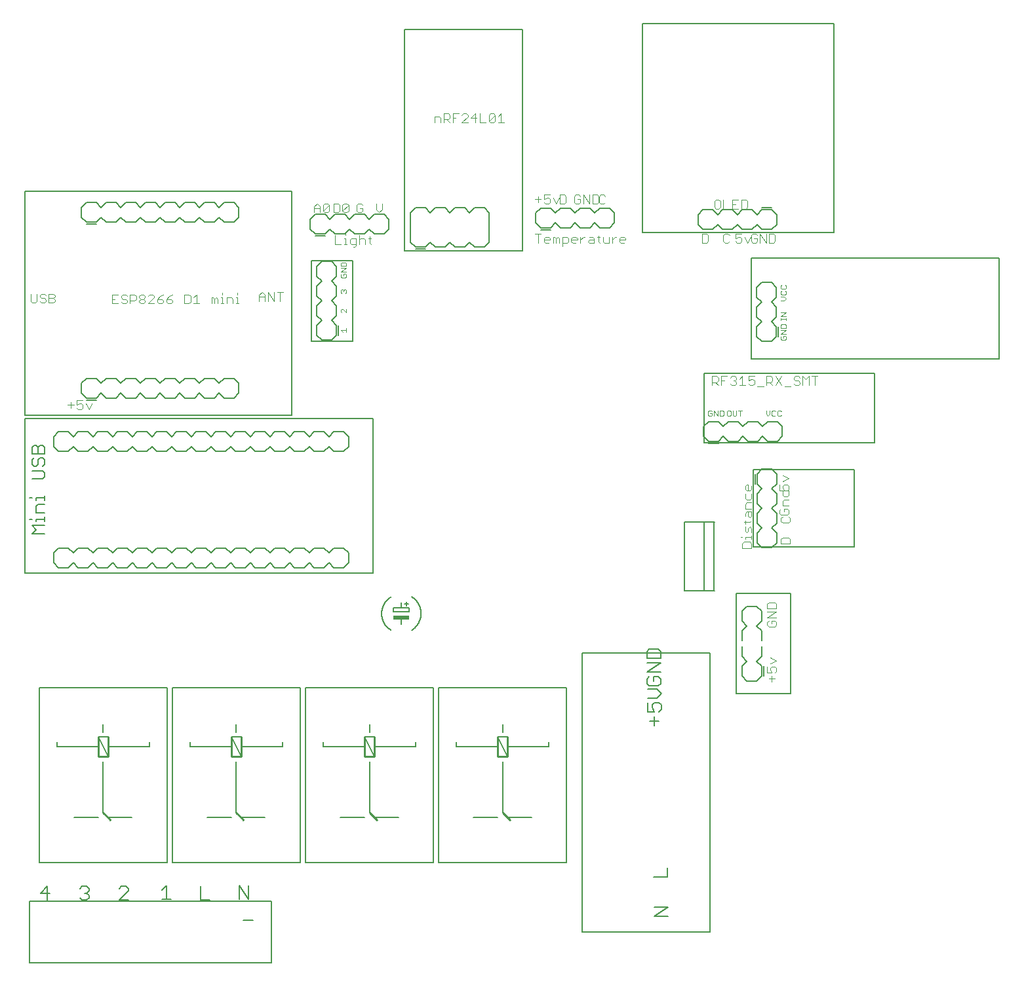
<source format=gto>
G75*
%MOIN*%
%OFA0B0*%
%FSLAX25Y25*%
%IPPOS*%
%LPD*%
%AMOC8*
5,1,8,0,0,1.08239X$1,22.5*
%
%ADD10C,0.00600*%
%ADD11R,0.08000X0.02000*%
%ADD12C,0.00800*%
%ADD13C,0.00500*%
%ADD14C,0.00400*%
%ADD15C,0.00300*%
%ADD16C,0.01000*%
D10*
X0013947Y0033202D02*
X0013947Y0040208D01*
X0010444Y0036705D01*
X0015114Y0036705D01*
X0030444Y0039040D02*
X0031611Y0040208D01*
X0033947Y0040208D01*
X0035114Y0039040D01*
X0035114Y0037873D01*
X0033947Y0036705D01*
X0035114Y0035537D01*
X0035114Y0034370D01*
X0033947Y0033202D01*
X0031611Y0033202D01*
X0030444Y0034370D01*
X0032779Y0036705D02*
X0033947Y0036705D01*
X0050444Y0039040D02*
X0051611Y0040208D01*
X0053947Y0040208D01*
X0055114Y0039040D01*
X0055114Y0037873D01*
X0050444Y0033202D01*
X0055114Y0033202D01*
X0072412Y0033596D02*
X0077083Y0033596D01*
X0074748Y0033596D02*
X0074748Y0040602D01*
X0072412Y0038266D01*
X0074839Y0052230D02*
X0009839Y0052230D01*
X0009839Y0141230D01*
X0074839Y0141230D01*
X0074839Y0052230D01*
X0077555Y0052230D02*
X0077555Y0141230D01*
X0142555Y0141230D01*
X0142555Y0052230D01*
X0077555Y0052230D01*
X0092019Y0040208D02*
X0092019Y0033202D01*
X0096689Y0033202D01*
X0111625Y0033635D02*
X0111625Y0040641D01*
X0116296Y0033635D01*
X0116296Y0040641D01*
X0145272Y0052230D02*
X0145272Y0141230D01*
X0210272Y0141230D01*
X0210272Y0052230D01*
X0145272Y0052230D01*
X0162972Y0075230D02*
X0175272Y0075230D01*
X0177772Y0077730D02*
X0177772Y0103730D01*
X0180272Y0106230D02*
X0175272Y0116230D01*
X0180272Y0116230D01*
X0177772Y0118730D02*
X0177772Y0122730D01*
X0180272Y0111230D02*
X0201272Y0111230D01*
X0201272Y0113730D01*
X0221988Y0113730D02*
X0221988Y0111230D01*
X0242988Y0111230D01*
X0247988Y0111230D02*
X0268988Y0111230D01*
X0268988Y0113730D01*
X0247988Y0116230D02*
X0242988Y0116230D01*
X0247988Y0106230D01*
X0245488Y0103730D02*
X0245488Y0077730D01*
X0242988Y0075230D02*
X0230688Y0075230D01*
X0247988Y0075230D02*
X0260188Y0075230D01*
X0277988Y0052230D02*
X0212988Y0052230D01*
X0212988Y0141230D01*
X0277988Y0141230D01*
X0277988Y0052230D01*
X0322159Y0045015D02*
X0329165Y0045015D01*
X0329165Y0049685D01*
X0329598Y0029606D02*
X0322592Y0029606D01*
X0322592Y0024936D02*
X0329598Y0029606D01*
X0329598Y0024936D02*
X0322592Y0024936D01*
X0245488Y0118730D02*
X0245488Y0122730D01*
X0192472Y0075230D02*
X0180272Y0075230D01*
X0175272Y0111230D02*
X0154272Y0111230D01*
X0154272Y0113730D01*
X0133555Y0113730D02*
X0133555Y0111230D01*
X0112555Y0111230D01*
X0112555Y0106230D02*
X0107555Y0116230D01*
X0112555Y0116230D01*
X0110055Y0118730D02*
X0110055Y0122730D01*
X0107555Y0111230D02*
X0086555Y0111230D01*
X0086555Y0113730D01*
X0065839Y0113730D02*
X0065839Y0111230D01*
X0044839Y0111230D01*
X0044839Y0106230D02*
X0039839Y0116230D01*
X0044839Y0116230D01*
X0042339Y0118730D02*
X0042339Y0122730D01*
X0039839Y0111230D02*
X0018839Y0111230D01*
X0018839Y0113730D01*
X0042339Y0103730D02*
X0042339Y0077730D01*
X0044839Y0075230D02*
X0057039Y0075230D01*
X0039839Y0075230D02*
X0027539Y0075230D01*
X0095255Y0075230D02*
X0107555Y0075230D01*
X0110055Y0077730D02*
X0110055Y0103730D01*
X0112555Y0075230D02*
X0124755Y0075230D01*
X0193992Y0173663D02*
X0193992Y0176663D01*
X0188704Y0170676D02*
X0188498Y0170807D01*
X0188296Y0170944D01*
X0188097Y0171086D01*
X0187901Y0171232D01*
X0187709Y0171383D01*
X0187521Y0171539D01*
X0187337Y0171699D01*
X0187157Y0171864D01*
X0186980Y0172033D01*
X0186808Y0172206D01*
X0186641Y0172384D01*
X0186477Y0172565D01*
X0186318Y0172751D01*
X0186164Y0172940D01*
X0186014Y0173133D01*
X0185869Y0173330D01*
X0185729Y0173530D01*
X0185594Y0173733D01*
X0185464Y0173940D01*
X0185339Y0174150D01*
X0185219Y0174363D01*
X0185105Y0174578D01*
X0184996Y0174797D01*
X0184892Y0175018D01*
X0184793Y0175241D01*
X0184700Y0175467D01*
X0184613Y0175695D01*
X0184531Y0175925D01*
X0184454Y0176157D01*
X0184384Y0176391D01*
X0184319Y0176627D01*
X0184260Y0176864D01*
X0184207Y0177102D01*
X0184159Y0177341D01*
X0184118Y0177582D01*
X0184082Y0177824D01*
X0184052Y0178066D01*
X0184029Y0178309D01*
X0184011Y0178553D01*
X0183999Y0178797D01*
X0183993Y0179041D01*
X0183993Y0179285D01*
X0183999Y0179529D01*
X0184011Y0179773D01*
X0184029Y0180017D01*
X0184052Y0180260D01*
X0184082Y0180502D01*
X0184118Y0180744D01*
X0184159Y0180985D01*
X0184207Y0181224D01*
X0184260Y0181462D01*
X0184319Y0181699D01*
X0184384Y0181935D01*
X0184454Y0182169D01*
X0184531Y0182401D01*
X0184613Y0182631D01*
X0184700Y0182859D01*
X0184793Y0183085D01*
X0184892Y0183308D01*
X0184996Y0183529D01*
X0185105Y0183748D01*
X0185219Y0183963D01*
X0185339Y0184176D01*
X0185464Y0184386D01*
X0185594Y0184593D01*
X0185729Y0184796D01*
X0185869Y0184996D01*
X0186014Y0185193D01*
X0186164Y0185386D01*
X0186318Y0185575D01*
X0186477Y0185761D01*
X0186641Y0185942D01*
X0186808Y0186120D01*
X0186980Y0186293D01*
X0187157Y0186462D01*
X0187337Y0186627D01*
X0187521Y0186787D01*
X0187709Y0186943D01*
X0187901Y0187094D01*
X0188097Y0187240D01*
X0188296Y0187382D01*
X0188498Y0187519D01*
X0188704Y0187650D01*
X0193992Y0184663D02*
X0193992Y0182163D01*
X0197992Y0182163D01*
X0197992Y0180163D01*
X0189992Y0180163D01*
X0189992Y0182163D01*
X0193992Y0182163D01*
X0195492Y0184163D02*
X0197492Y0184163D01*
X0196492Y0185163D02*
X0196492Y0183163D01*
X0199280Y0187650D02*
X0199486Y0187519D01*
X0199688Y0187382D01*
X0199887Y0187240D01*
X0200083Y0187094D01*
X0200275Y0186943D01*
X0200463Y0186787D01*
X0200647Y0186627D01*
X0200827Y0186462D01*
X0201004Y0186293D01*
X0201176Y0186120D01*
X0201343Y0185942D01*
X0201507Y0185761D01*
X0201666Y0185575D01*
X0201820Y0185386D01*
X0201970Y0185193D01*
X0202115Y0184996D01*
X0202255Y0184796D01*
X0202390Y0184593D01*
X0202520Y0184386D01*
X0202645Y0184176D01*
X0202765Y0183963D01*
X0202879Y0183748D01*
X0202988Y0183529D01*
X0203092Y0183308D01*
X0203191Y0183085D01*
X0203284Y0182859D01*
X0203371Y0182631D01*
X0203453Y0182401D01*
X0203530Y0182169D01*
X0203600Y0181935D01*
X0203665Y0181699D01*
X0203724Y0181462D01*
X0203777Y0181224D01*
X0203825Y0180985D01*
X0203866Y0180744D01*
X0203902Y0180502D01*
X0203932Y0180260D01*
X0203955Y0180017D01*
X0203973Y0179773D01*
X0203985Y0179529D01*
X0203991Y0179285D01*
X0203991Y0179041D01*
X0203985Y0178797D01*
X0203973Y0178553D01*
X0203955Y0178309D01*
X0203932Y0178066D01*
X0203902Y0177824D01*
X0203866Y0177582D01*
X0203825Y0177341D01*
X0203777Y0177102D01*
X0203724Y0176864D01*
X0203665Y0176627D01*
X0203600Y0176391D01*
X0203530Y0176157D01*
X0203453Y0175925D01*
X0203371Y0175695D01*
X0203284Y0175467D01*
X0203191Y0175241D01*
X0203092Y0175018D01*
X0202988Y0174797D01*
X0202879Y0174578D01*
X0202765Y0174363D01*
X0202645Y0174150D01*
X0202520Y0173940D01*
X0202390Y0173733D01*
X0202255Y0173530D01*
X0202115Y0173330D01*
X0201970Y0173133D01*
X0201820Y0172940D01*
X0201666Y0172751D01*
X0201507Y0172565D01*
X0201343Y0172384D01*
X0201176Y0172206D01*
X0201004Y0172033D01*
X0200827Y0171864D01*
X0200647Y0171699D01*
X0200463Y0171539D01*
X0200275Y0171383D01*
X0200083Y0171232D01*
X0199887Y0171086D01*
X0199688Y0170944D01*
X0199486Y0170807D01*
X0199280Y0170676D01*
X0318852Y0159836D02*
X0318852Y0156333D01*
X0325857Y0156333D01*
X0325857Y0159836D01*
X0324690Y0161004D01*
X0320019Y0161004D01*
X0318852Y0159836D01*
X0318852Y0154006D02*
X0325857Y0154006D01*
X0318852Y0149335D01*
X0325857Y0149335D01*
X0324690Y0147008D02*
X0322354Y0147008D01*
X0322354Y0144673D01*
X0320019Y0147008D02*
X0318852Y0145840D01*
X0318852Y0143505D01*
X0320019Y0142337D01*
X0324690Y0142337D01*
X0325857Y0143505D01*
X0325857Y0145840D01*
X0324690Y0147008D01*
X0323916Y0140847D02*
X0319245Y0140847D01*
X0323916Y0140847D02*
X0326251Y0138511D01*
X0323916Y0136176D01*
X0319245Y0136176D01*
X0319245Y0133849D02*
X0319245Y0129178D01*
X0322748Y0129178D01*
X0321581Y0131513D01*
X0321581Y0132681D01*
X0322748Y0133849D01*
X0325084Y0133849D01*
X0326251Y0132681D01*
X0326251Y0130346D01*
X0325084Y0129178D01*
X0322748Y0126851D02*
X0322748Y0122180D01*
X0320413Y0124515D02*
X0325084Y0124515D01*
X0012511Y0219621D02*
X0006106Y0219621D01*
X0008241Y0221756D01*
X0006106Y0223891D01*
X0012511Y0223891D01*
X0012511Y0226066D02*
X0012511Y0228202D01*
X0012511Y0227134D02*
X0008241Y0227134D01*
X0008241Y0226066D01*
X0006106Y0227134D02*
X0005038Y0227134D01*
X0008241Y0230363D02*
X0008241Y0233566D01*
X0009308Y0234634D01*
X0012511Y0234634D01*
X0012511Y0236809D02*
X0012511Y0238944D01*
X0012511Y0237876D02*
X0008241Y0237876D01*
X0008241Y0236809D01*
X0006106Y0237876D02*
X0005038Y0237876D01*
X0008241Y0230363D02*
X0012511Y0230363D01*
X0011443Y0247551D02*
X0006106Y0247551D01*
X0006106Y0251822D02*
X0011443Y0251822D01*
X0012511Y0250754D01*
X0012511Y0248619D01*
X0011443Y0247551D01*
X0011443Y0253997D02*
X0012511Y0255064D01*
X0012511Y0257200D01*
X0011443Y0258267D01*
X0010376Y0258267D01*
X0009308Y0257200D01*
X0009308Y0255064D01*
X0008241Y0253997D01*
X0007173Y0253997D01*
X0006106Y0255064D01*
X0006106Y0257200D01*
X0007173Y0258267D01*
X0006106Y0260442D02*
X0006106Y0263645D01*
X0007173Y0264713D01*
X0008241Y0264713D01*
X0009308Y0263645D01*
X0009308Y0260442D01*
X0006106Y0260442D02*
X0012511Y0260442D01*
X0012511Y0263645D01*
X0011443Y0264713D01*
X0010376Y0264713D01*
X0009308Y0263645D01*
D11*
X0193992Y0177163D03*
D12*
X0167260Y0205010D02*
X0164760Y0202510D01*
X0159760Y0202510D01*
X0157260Y0205010D01*
X0154760Y0202510D01*
X0149760Y0202510D01*
X0147260Y0205010D01*
X0144760Y0202510D01*
X0139760Y0202510D01*
X0137260Y0205010D01*
X0134760Y0202510D01*
X0129760Y0202510D01*
X0127260Y0205010D01*
X0124760Y0202510D01*
X0119760Y0202510D01*
X0117260Y0205010D01*
X0114760Y0202510D01*
X0109760Y0202510D01*
X0107260Y0205010D01*
X0104760Y0202510D01*
X0099760Y0202510D01*
X0097260Y0205010D01*
X0094760Y0202510D01*
X0089760Y0202510D01*
X0087260Y0205010D01*
X0084760Y0202510D01*
X0079760Y0202510D01*
X0077260Y0205010D01*
X0074760Y0202510D01*
X0069760Y0202510D01*
X0067260Y0205010D01*
X0064760Y0202510D01*
X0059760Y0202510D01*
X0057260Y0205010D01*
X0054760Y0202510D01*
X0049760Y0202510D01*
X0047260Y0205010D01*
X0044760Y0202510D01*
X0039760Y0202510D01*
X0037260Y0205010D01*
X0034760Y0202510D01*
X0029760Y0202510D01*
X0027260Y0205010D01*
X0024760Y0202510D01*
X0019760Y0202510D01*
X0017260Y0205010D01*
X0017260Y0210010D01*
X0019760Y0212510D01*
X0024760Y0212510D01*
X0027260Y0210010D01*
X0029760Y0212510D01*
X0034760Y0212510D01*
X0037260Y0210010D01*
X0039760Y0212510D01*
X0044760Y0212510D01*
X0047260Y0210010D01*
X0049760Y0212510D01*
X0054760Y0212510D01*
X0057260Y0210010D01*
X0059760Y0212510D01*
X0064760Y0212510D01*
X0067260Y0210010D01*
X0069760Y0212510D01*
X0074760Y0212510D01*
X0077260Y0210010D01*
X0079760Y0212510D01*
X0084760Y0212510D01*
X0087260Y0210010D01*
X0089760Y0212510D01*
X0094760Y0212510D01*
X0097260Y0210010D01*
X0099760Y0212510D01*
X0104760Y0212510D01*
X0107260Y0210010D01*
X0109760Y0212510D01*
X0114760Y0212510D01*
X0117260Y0210010D01*
X0119760Y0212510D01*
X0124760Y0212510D01*
X0127260Y0210010D01*
X0129760Y0212510D01*
X0134760Y0212510D01*
X0137260Y0210010D01*
X0139760Y0212510D01*
X0144760Y0212510D01*
X0147260Y0210010D01*
X0149760Y0212510D01*
X0154760Y0212510D01*
X0157260Y0210010D01*
X0159760Y0212510D01*
X0164760Y0212510D01*
X0167260Y0210010D01*
X0167260Y0205010D01*
X0164760Y0261683D02*
X0159760Y0261683D01*
X0157260Y0264183D01*
X0154760Y0261683D01*
X0149760Y0261683D01*
X0147260Y0264183D01*
X0144760Y0261683D01*
X0139760Y0261683D01*
X0137260Y0264183D01*
X0134760Y0261683D01*
X0129760Y0261683D01*
X0127260Y0264183D01*
X0124760Y0261683D01*
X0119760Y0261683D01*
X0117260Y0264183D01*
X0114760Y0261683D01*
X0109760Y0261683D01*
X0107260Y0264183D01*
X0104760Y0261683D01*
X0099760Y0261683D01*
X0097260Y0264183D01*
X0094760Y0261683D01*
X0089760Y0261683D01*
X0087260Y0264183D01*
X0084760Y0261683D01*
X0079760Y0261683D01*
X0077260Y0264183D01*
X0074760Y0261683D01*
X0069760Y0261683D01*
X0067260Y0264183D01*
X0064760Y0261683D01*
X0059760Y0261683D01*
X0057260Y0264183D01*
X0054760Y0261683D01*
X0049760Y0261683D01*
X0047260Y0264183D01*
X0044760Y0261683D01*
X0039760Y0261683D01*
X0037260Y0264183D01*
X0034760Y0261683D01*
X0029760Y0261683D01*
X0027260Y0264183D01*
X0024760Y0261683D01*
X0019760Y0261683D01*
X0017260Y0264183D01*
X0017260Y0269183D01*
X0019760Y0271683D01*
X0024760Y0271683D01*
X0027260Y0269183D01*
X0029760Y0271683D01*
X0034760Y0271683D01*
X0037260Y0269183D01*
X0039760Y0271683D01*
X0044760Y0271683D01*
X0047260Y0269183D01*
X0049760Y0271683D01*
X0054760Y0271683D01*
X0057260Y0269183D01*
X0059760Y0271683D01*
X0064760Y0271683D01*
X0067260Y0269183D01*
X0069760Y0271683D01*
X0074760Y0271683D01*
X0077260Y0269183D01*
X0079760Y0271683D01*
X0084760Y0271683D01*
X0087260Y0269183D01*
X0089760Y0271683D01*
X0094760Y0271683D01*
X0097260Y0269183D01*
X0099760Y0271683D01*
X0104760Y0271683D01*
X0107260Y0269183D01*
X0109760Y0271683D01*
X0114760Y0271683D01*
X0117260Y0269183D01*
X0119760Y0271683D01*
X0124760Y0271683D01*
X0127260Y0269183D01*
X0129760Y0271683D01*
X0134760Y0271683D01*
X0137260Y0269183D01*
X0139760Y0271683D01*
X0144760Y0271683D01*
X0147260Y0269183D01*
X0149760Y0271683D01*
X0154760Y0271683D01*
X0157260Y0269183D01*
X0159760Y0271683D01*
X0164760Y0271683D01*
X0167260Y0269183D01*
X0167260Y0264183D01*
X0164760Y0261683D01*
X0111394Y0291348D02*
X0108894Y0288848D01*
X0103894Y0288848D01*
X0101394Y0291348D01*
X0098894Y0288848D01*
X0093894Y0288848D01*
X0091394Y0291348D01*
X0088894Y0288848D01*
X0083894Y0288848D01*
X0081394Y0291348D01*
X0078894Y0288848D01*
X0073894Y0288848D01*
X0071394Y0291348D01*
X0068894Y0288848D01*
X0063894Y0288848D01*
X0061394Y0291348D01*
X0058894Y0288848D01*
X0053894Y0288848D01*
X0051394Y0291348D01*
X0048894Y0288848D01*
X0043894Y0288848D01*
X0041394Y0291348D01*
X0038894Y0288848D01*
X0033894Y0288848D01*
X0031394Y0291348D01*
X0031394Y0296348D01*
X0033894Y0298848D01*
X0038894Y0298848D01*
X0041394Y0296348D01*
X0043894Y0298848D01*
X0048894Y0298848D01*
X0051394Y0296348D01*
X0053894Y0298848D01*
X0058894Y0298848D01*
X0061394Y0296348D01*
X0063894Y0298848D01*
X0068894Y0298848D01*
X0071394Y0296348D01*
X0073894Y0298848D01*
X0078894Y0298848D01*
X0081394Y0296348D01*
X0083894Y0298848D01*
X0088894Y0298848D01*
X0091394Y0296348D01*
X0093894Y0298848D01*
X0098894Y0298848D01*
X0101394Y0296348D01*
X0103894Y0298848D01*
X0108894Y0298848D01*
X0111394Y0296348D01*
X0111394Y0291348D01*
X0151000Y0320837D02*
X0153500Y0318337D01*
X0158500Y0318337D01*
X0161000Y0320837D01*
X0161000Y0325837D01*
X0158500Y0328337D01*
X0161000Y0330837D01*
X0161000Y0335837D01*
X0158500Y0338337D01*
X0161000Y0340837D01*
X0161000Y0345837D01*
X0158500Y0348337D01*
X0161000Y0350837D01*
X0161000Y0355837D01*
X0158500Y0358337D01*
X0153500Y0358337D01*
X0151000Y0355837D01*
X0151000Y0350837D01*
X0153500Y0348337D01*
X0151000Y0345837D01*
X0151000Y0340837D01*
X0153500Y0338337D01*
X0151000Y0335837D01*
X0151000Y0330837D01*
X0153500Y0328337D01*
X0151000Y0325837D01*
X0151000Y0320837D01*
X0162000Y0320837D02*
X0162000Y0325837D01*
X0201217Y0364620D02*
X0206217Y0364620D01*
X0206217Y0365620D02*
X0201217Y0365620D01*
X0198717Y0368120D01*
X0198717Y0383120D01*
X0201217Y0385620D01*
X0206217Y0385620D01*
X0208717Y0383120D01*
X0211217Y0385620D01*
X0216217Y0385620D01*
X0218717Y0383120D01*
X0221217Y0385620D01*
X0226217Y0385620D01*
X0228717Y0383120D01*
X0231217Y0385620D01*
X0236217Y0385620D01*
X0238717Y0383120D01*
X0238717Y0368120D01*
X0236217Y0365620D01*
X0231217Y0365620D01*
X0228717Y0368120D01*
X0226217Y0365620D01*
X0221217Y0365620D01*
X0218717Y0368120D01*
X0216217Y0365620D01*
X0211217Y0365620D01*
X0208717Y0368120D01*
X0206217Y0365620D01*
X0187654Y0374734D02*
X0187654Y0379734D01*
X0185154Y0382234D01*
X0180154Y0382234D01*
X0177654Y0379734D01*
X0175154Y0382234D01*
X0170154Y0382234D01*
X0167654Y0379734D01*
X0165154Y0382234D01*
X0160154Y0382234D01*
X0157654Y0379734D01*
X0155154Y0382234D01*
X0150154Y0382234D01*
X0147654Y0379734D01*
X0147654Y0374734D01*
X0150154Y0372234D01*
X0155154Y0372234D01*
X0157654Y0374734D01*
X0160154Y0372234D01*
X0165154Y0372234D01*
X0167654Y0374734D01*
X0170154Y0372234D01*
X0175154Y0372234D01*
X0177654Y0374734D01*
X0180154Y0372234D01*
X0185154Y0372234D01*
X0187654Y0374734D01*
X0155154Y0371234D02*
X0150154Y0371234D01*
X0111394Y0380719D02*
X0108894Y0378219D01*
X0103894Y0378219D01*
X0101394Y0380719D01*
X0098894Y0378219D01*
X0093894Y0378219D01*
X0091394Y0380719D01*
X0088894Y0378219D01*
X0083894Y0378219D01*
X0081394Y0380719D01*
X0078894Y0378219D01*
X0073894Y0378219D01*
X0071394Y0380719D01*
X0068894Y0378219D01*
X0063894Y0378219D01*
X0061394Y0380719D01*
X0058894Y0378219D01*
X0053894Y0378219D01*
X0051394Y0380719D01*
X0048894Y0378219D01*
X0043894Y0378219D01*
X0041394Y0380719D01*
X0038894Y0378219D01*
X0033894Y0378219D01*
X0031394Y0380719D01*
X0031394Y0385719D01*
X0033894Y0388219D01*
X0038894Y0388219D01*
X0041394Y0385719D01*
X0043894Y0388219D01*
X0048894Y0388219D01*
X0051394Y0385719D01*
X0053894Y0388219D01*
X0058894Y0388219D01*
X0061394Y0385719D01*
X0063894Y0388219D01*
X0068894Y0388219D01*
X0071394Y0385719D01*
X0073894Y0388219D01*
X0078894Y0388219D01*
X0081394Y0385719D01*
X0083894Y0388219D01*
X0088894Y0388219D01*
X0091394Y0385719D01*
X0093894Y0388219D01*
X0098894Y0388219D01*
X0101394Y0385719D01*
X0103894Y0388219D01*
X0108894Y0388219D01*
X0111394Y0385719D01*
X0111394Y0380719D01*
X0038894Y0377219D02*
X0033894Y0377219D01*
X0033894Y0287848D02*
X0038894Y0287848D01*
X0262299Y0377963D02*
X0262299Y0382963D01*
X0264799Y0385463D01*
X0269799Y0385463D01*
X0272299Y0382963D01*
X0274799Y0385463D01*
X0279799Y0385463D01*
X0282299Y0382963D01*
X0284799Y0385463D01*
X0289799Y0385463D01*
X0292299Y0382963D01*
X0294799Y0385463D01*
X0299799Y0385463D01*
X0302299Y0382963D01*
X0302299Y0377963D01*
X0299799Y0375463D01*
X0294799Y0375463D01*
X0292299Y0377963D01*
X0289799Y0375463D01*
X0284799Y0375463D01*
X0282299Y0377963D01*
X0279799Y0375463D01*
X0274799Y0375463D01*
X0272299Y0377963D01*
X0269799Y0375463D01*
X0264799Y0375463D01*
X0262299Y0377963D01*
X0264799Y0374463D02*
X0269799Y0374463D01*
X0344898Y0377096D02*
X0347398Y0374596D01*
X0352398Y0374596D01*
X0354898Y0377096D01*
X0357398Y0374596D01*
X0362398Y0374596D01*
X0364898Y0377096D01*
X0367398Y0374596D01*
X0372398Y0374596D01*
X0374898Y0377096D01*
X0377398Y0374596D01*
X0382398Y0374596D01*
X0384898Y0377096D01*
X0384898Y0382096D01*
X0382398Y0384596D01*
X0377398Y0384596D01*
X0374898Y0382096D01*
X0372398Y0384596D01*
X0367398Y0384596D01*
X0364898Y0382096D01*
X0362398Y0384596D01*
X0357398Y0384596D01*
X0354898Y0382096D01*
X0352398Y0384596D01*
X0347398Y0384596D01*
X0344898Y0382096D01*
X0344898Y0377096D01*
X0377398Y0385596D02*
X0382398Y0385596D01*
X0382122Y0347549D02*
X0377122Y0347549D01*
X0374622Y0345049D01*
X0374622Y0340049D01*
X0377122Y0337549D01*
X0374622Y0335049D01*
X0374622Y0330049D01*
X0377122Y0327549D01*
X0374622Y0325049D01*
X0374622Y0320049D01*
X0377122Y0317549D01*
X0382122Y0317549D01*
X0384622Y0320049D01*
X0384622Y0325049D01*
X0382122Y0327549D01*
X0384622Y0330049D01*
X0384622Y0335049D01*
X0382122Y0337549D01*
X0384622Y0340049D01*
X0384622Y0345049D01*
X0382122Y0347549D01*
X0385622Y0325049D02*
X0385622Y0320049D01*
X0385154Y0276841D02*
X0380154Y0276841D01*
X0377654Y0274341D01*
X0375154Y0276841D01*
X0370154Y0276841D01*
X0367654Y0274341D01*
X0365154Y0276841D01*
X0360154Y0276841D01*
X0357654Y0274341D01*
X0355154Y0276841D01*
X0350154Y0276841D01*
X0347654Y0274341D01*
X0347654Y0269341D01*
X0350154Y0266841D01*
X0355154Y0266841D01*
X0357654Y0269341D01*
X0360154Y0266841D01*
X0365154Y0266841D01*
X0367654Y0269341D01*
X0370154Y0266841D01*
X0375154Y0266841D01*
X0377654Y0269341D01*
X0380154Y0266841D01*
X0385154Y0266841D01*
X0387654Y0269341D01*
X0387654Y0274341D01*
X0385154Y0276841D01*
X0382358Y0252589D02*
X0377358Y0252589D01*
X0374858Y0250089D01*
X0374858Y0245089D01*
X0377358Y0242589D01*
X0374858Y0240089D01*
X0374858Y0235089D01*
X0377358Y0232589D01*
X0374858Y0230089D01*
X0374858Y0225089D01*
X0377358Y0222589D01*
X0374858Y0220089D01*
X0374858Y0215089D01*
X0377358Y0212589D01*
X0382358Y0212589D01*
X0384858Y0215089D01*
X0384858Y0220089D01*
X0382358Y0222589D01*
X0384858Y0225089D01*
X0384858Y0230089D01*
X0382358Y0232589D01*
X0384858Y0235089D01*
X0384858Y0240089D01*
X0382358Y0242589D01*
X0384858Y0245089D01*
X0384858Y0250089D01*
X0382358Y0252589D01*
X0373858Y0250089D02*
X0373858Y0245089D01*
X0353146Y0225817D02*
X0337909Y0225817D01*
X0338008Y0225797D02*
X0338008Y0190797D01*
X0337909Y0190778D02*
X0353146Y0190778D01*
X0353008Y0190797D02*
X0353008Y0225797D01*
X0348008Y0225797D02*
X0348008Y0190797D01*
X0367142Y0180246D02*
X0367142Y0175246D01*
X0369642Y0172746D01*
X0367142Y0170246D01*
X0367142Y0165246D01*
X0367142Y0162215D02*
X0367142Y0157215D01*
X0369642Y0154715D01*
X0367142Y0152215D01*
X0367142Y0147215D01*
X0369642Y0144715D01*
X0374642Y0144715D01*
X0377142Y0147215D01*
X0377142Y0152215D01*
X0374642Y0154715D01*
X0377142Y0157215D01*
X0377142Y0162215D01*
X0377142Y0165246D02*
X0377142Y0170246D01*
X0374642Y0172746D01*
X0377142Y0175246D01*
X0377142Y0180246D01*
X0374642Y0182746D01*
X0369642Y0182746D01*
X0367142Y0180246D01*
X0378142Y0152215D02*
X0378142Y0147215D01*
X0355154Y0265841D02*
X0350154Y0265841D01*
X0118618Y0022880D02*
X0113618Y0022880D01*
D13*
X0128008Y0001250D02*
X0005016Y0001250D01*
X0005016Y0032746D01*
X0128008Y0032746D01*
X0128008Y0001250D01*
X0285843Y0017077D02*
X0350803Y0017077D01*
X0350803Y0159124D01*
X0285843Y0159124D01*
X0285843Y0017077D01*
X0364386Y0138219D02*
X0364386Y0189400D01*
X0391945Y0189400D01*
X0391945Y0138219D01*
X0364386Y0138219D01*
X0373047Y0213022D02*
X0373047Y0252392D01*
X0424228Y0252392D01*
X0424228Y0213022D01*
X0373047Y0213022D01*
X0347890Y0265974D02*
X0347890Y0301407D01*
X0434661Y0301407D01*
X0434661Y0265974D01*
X0347890Y0265974D01*
X0371866Y0308691D02*
X0497850Y0308691D01*
X0497850Y0359872D01*
X0371866Y0359872D01*
X0371866Y0308691D01*
X0413835Y0373022D02*
X0316591Y0373022D01*
X0316591Y0479321D01*
X0413835Y0479321D01*
X0413835Y0373022D01*
X0255724Y0363809D02*
X0255724Y0476407D01*
X0195488Y0476407D01*
X0195488Y0363809D01*
X0255724Y0363809D01*
X0169228Y0358848D02*
X0169228Y0317746D01*
X0148244Y0317746D01*
X0148244Y0358848D01*
X0169228Y0358848D01*
X0138165Y0393888D02*
X0002575Y0393888D01*
X0002575Y0279951D01*
X0138165Y0279951D01*
X0138165Y0393888D01*
X0179740Y0278376D02*
X0179740Y0199636D01*
X0002575Y0199636D01*
X0002575Y0278376D01*
X0179740Y0278376D01*
D14*
X0132383Y0338143D02*
X0132383Y0342747D01*
X0133917Y0342747D02*
X0130848Y0342747D01*
X0129313Y0342747D02*
X0129313Y0338143D01*
X0126244Y0342747D01*
X0126244Y0338143D01*
X0124709Y0338143D02*
X0124709Y0341212D01*
X0123175Y0342747D01*
X0121640Y0341212D01*
X0121640Y0338143D01*
X0121640Y0340445D02*
X0124709Y0340445D01*
X0111324Y0336883D02*
X0109790Y0336883D01*
X0110557Y0336883D02*
X0110557Y0339952D01*
X0109790Y0339952D01*
X0110557Y0341487D02*
X0110557Y0342254D01*
X0108255Y0339185D02*
X0108255Y0336883D01*
X0108255Y0339185D02*
X0107488Y0339952D01*
X0105186Y0339952D01*
X0105186Y0336883D01*
X0103651Y0336883D02*
X0102116Y0336883D01*
X0102884Y0336883D02*
X0102884Y0339952D01*
X0102116Y0339952D01*
X0100582Y0339185D02*
X0100582Y0336883D01*
X0099047Y0336883D02*
X0099047Y0339185D01*
X0099814Y0339952D01*
X0100582Y0339185D01*
X0099047Y0339185D02*
X0098280Y0339952D01*
X0097512Y0339952D01*
X0097512Y0336883D01*
X0091374Y0336883D02*
X0088305Y0336883D01*
X0089839Y0336883D02*
X0089839Y0341487D01*
X0088305Y0339952D01*
X0086770Y0340720D02*
X0086003Y0341487D01*
X0083701Y0341487D01*
X0083701Y0336883D01*
X0086003Y0336883D01*
X0086770Y0337650D01*
X0086770Y0340720D01*
X0077562Y0341487D02*
X0076027Y0340720D01*
X0074493Y0339185D01*
X0076795Y0339185D01*
X0077562Y0338418D01*
X0077562Y0337650D01*
X0076795Y0336883D01*
X0075260Y0336883D01*
X0074493Y0337650D01*
X0074493Y0339185D01*
X0072958Y0338418D02*
X0072191Y0339185D01*
X0069889Y0339185D01*
X0069889Y0337650D01*
X0070656Y0336883D01*
X0072191Y0336883D01*
X0072958Y0337650D01*
X0072958Y0338418D01*
X0071424Y0340720D02*
X0069889Y0339185D01*
X0068354Y0339952D02*
X0068354Y0340720D01*
X0067587Y0341487D01*
X0066052Y0341487D01*
X0065285Y0340720D01*
X0063750Y0340720D02*
X0062983Y0341487D01*
X0061448Y0341487D01*
X0060681Y0340720D01*
X0060681Y0339952D01*
X0061448Y0339185D01*
X0062983Y0339185D01*
X0063750Y0338418D01*
X0063750Y0337650D01*
X0062983Y0336883D01*
X0061448Y0336883D01*
X0060681Y0337650D01*
X0060681Y0338418D01*
X0061448Y0339185D01*
X0062983Y0339185D02*
X0063750Y0339952D01*
X0063750Y0340720D01*
X0065285Y0336883D02*
X0068354Y0339952D01*
X0068354Y0336883D02*
X0065285Y0336883D01*
X0071424Y0340720D02*
X0072958Y0341487D01*
X0059146Y0340720D02*
X0059146Y0339185D01*
X0058379Y0338418D01*
X0056077Y0338418D01*
X0054542Y0338418D02*
X0054542Y0337650D01*
X0053775Y0336883D01*
X0052241Y0336883D01*
X0051473Y0337650D01*
X0049939Y0336883D02*
X0046869Y0336883D01*
X0046869Y0341487D01*
X0049939Y0341487D01*
X0051473Y0340720D02*
X0052241Y0341487D01*
X0053775Y0341487D01*
X0054542Y0340720D01*
X0053775Y0339185D02*
X0054542Y0338418D01*
X0053775Y0339185D02*
X0052241Y0339185D01*
X0051473Y0339952D01*
X0051473Y0340720D01*
X0048404Y0339185D02*
X0046869Y0339185D01*
X0056077Y0336883D02*
X0056077Y0341487D01*
X0058379Y0341487D01*
X0059146Y0340720D01*
X0017808Y0341074D02*
X0017808Y0340307D01*
X0017041Y0339539D01*
X0014739Y0339539D01*
X0013204Y0338772D02*
X0013204Y0338005D01*
X0012437Y0337237D01*
X0010902Y0337237D01*
X0010135Y0338005D01*
X0008600Y0338005D02*
X0008600Y0341841D01*
X0010135Y0341074D02*
X0010135Y0340307D01*
X0010902Y0339539D01*
X0012437Y0339539D01*
X0013204Y0338772D01*
X0014739Y0337237D02*
X0017041Y0337237D01*
X0017808Y0338005D01*
X0017808Y0338772D01*
X0017041Y0339539D01*
X0017808Y0341074D02*
X0017041Y0341841D01*
X0014739Y0341841D01*
X0014739Y0337237D01*
X0013204Y0341074D02*
X0012437Y0341841D01*
X0010902Y0341841D01*
X0010135Y0341074D01*
X0008600Y0338005D02*
X0007833Y0337237D01*
X0006298Y0337237D01*
X0005531Y0338005D01*
X0005531Y0341841D01*
X0025900Y0286861D02*
X0025900Y0283792D01*
X0024365Y0285327D02*
X0027435Y0285327D01*
X0028969Y0285327D02*
X0030504Y0286094D01*
X0031271Y0286094D01*
X0032039Y0285327D01*
X0032039Y0283792D01*
X0031271Y0283025D01*
X0029737Y0283025D01*
X0028969Y0283792D01*
X0028969Y0285327D02*
X0028969Y0287629D01*
X0032039Y0287629D01*
X0033573Y0286094D02*
X0035108Y0283025D01*
X0036642Y0286094D01*
X0102884Y0341487D02*
X0102884Y0342254D01*
X0149625Y0383222D02*
X0149625Y0386291D01*
X0151160Y0387826D01*
X0152694Y0386291D01*
X0152694Y0383222D01*
X0154229Y0383989D02*
X0157298Y0387058D01*
X0157298Y0383989D01*
X0156531Y0383222D01*
X0154996Y0383222D01*
X0154229Y0383989D01*
X0154229Y0387058D01*
X0154996Y0387826D01*
X0156531Y0387826D01*
X0157298Y0387058D01*
X0159468Y0387826D02*
X0161770Y0387826D01*
X0162537Y0387058D01*
X0162537Y0383989D01*
X0161770Y0383222D01*
X0159468Y0383222D01*
X0159468Y0387826D01*
X0164072Y0387058D02*
X0164072Y0383989D01*
X0167141Y0387058D01*
X0167141Y0383989D01*
X0166374Y0383222D01*
X0164839Y0383222D01*
X0164072Y0383989D01*
X0164072Y0387058D02*
X0164839Y0387826D01*
X0166374Y0387826D01*
X0167141Y0387058D01*
X0171279Y0387058D02*
X0171279Y0383989D01*
X0172046Y0383222D01*
X0173581Y0383222D01*
X0174348Y0383989D01*
X0174348Y0385524D01*
X0172813Y0385524D01*
X0171279Y0387058D02*
X0172046Y0387826D01*
X0173581Y0387826D01*
X0174348Y0387058D01*
X0181121Y0387826D02*
X0181121Y0384756D01*
X0182656Y0383222D01*
X0184191Y0384756D01*
X0184191Y0387826D01*
X0177903Y0370917D02*
X0177903Y0367847D01*
X0178671Y0367080D01*
X0178671Y0370149D02*
X0177136Y0370149D01*
X0175602Y0369382D02*
X0174834Y0370149D01*
X0173300Y0370149D01*
X0172532Y0369382D01*
X0170998Y0370149D02*
X0170998Y0366313D01*
X0170230Y0365545D01*
X0169463Y0365545D01*
X0168696Y0367080D02*
X0170998Y0367080D01*
X0172532Y0367080D02*
X0172532Y0371684D01*
X0170998Y0370149D02*
X0168696Y0370149D01*
X0167928Y0369382D01*
X0167928Y0367847D01*
X0168696Y0367080D01*
X0166394Y0367080D02*
X0164859Y0367080D01*
X0165626Y0367080D02*
X0165626Y0370149D01*
X0164859Y0370149D01*
X0165626Y0371684D02*
X0165626Y0372451D01*
X0160255Y0371684D02*
X0160255Y0367080D01*
X0163324Y0367080D01*
X0175602Y0367080D02*
X0175602Y0369382D01*
X0152694Y0385524D02*
X0149625Y0385524D01*
X0210924Y0429009D02*
X0210924Y0432078D01*
X0213226Y0432078D01*
X0213994Y0431311D01*
X0213994Y0429009D01*
X0215528Y0429009D02*
X0215528Y0433613D01*
X0217830Y0433613D01*
X0218598Y0432846D01*
X0218598Y0431311D01*
X0217830Y0430544D01*
X0215528Y0430544D01*
X0217063Y0430544D02*
X0218598Y0429009D01*
X0220132Y0429009D02*
X0220132Y0433613D01*
X0223202Y0433613D01*
X0224736Y0432846D02*
X0225503Y0433613D01*
X0227038Y0433613D01*
X0227805Y0432846D01*
X0227805Y0432078D01*
X0224736Y0429009D01*
X0227805Y0429009D01*
X0229340Y0431311D02*
X0232409Y0431311D01*
X0231642Y0429009D02*
X0231642Y0433613D01*
X0229340Y0431311D01*
X0233944Y0433613D02*
X0233944Y0429009D01*
X0237013Y0429009D01*
X0238548Y0429776D02*
X0241617Y0432846D01*
X0241617Y0429776D01*
X0240850Y0429009D01*
X0239315Y0429009D01*
X0238548Y0429776D01*
X0238548Y0432846D01*
X0239315Y0433613D01*
X0240850Y0433613D01*
X0241617Y0432846D01*
X0243152Y0432078D02*
X0244687Y0433613D01*
X0244687Y0429009D01*
X0246221Y0429009D02*
X0243152Y0429009D01*
X0221667Y0431311D02*
X0220132Y0431311D01*
X0261987Y0389972D02*
X0265057Y0389972D01*
X0266591Y0389972D02*
X0268126Y0390740D01*
X0268893Y0390740D01*
X0269661Y0389972D01*
X0269661Y0388438D01*
X0268893Y0387670D01*
X0267359Y0387670D01*
X0266591Y0388438D01*
X0266591Y0389972D02*
X0266591Y0392274D01*
X0269661Y0392274D01*
X0271195Y0390740D02*
X0272730Y0387670D01*
X0274265Y0390740D01*
X0274487Y0392274D02*
X0276789Y0392274D01*
X0277557Y0391507D01*
X0277557Y0388438D01*
X0276789Y0387670D01*
X0274487Y0387670D01*
X0274487Y0392274D01*
X0281987Y0391507D02*
X0281987Y0388438D01*
X0282755Y0387670D01*
X0284289Y0387670D01*
X0285057Y0388438D01*
X0285057Y0389972D01*
X0283522Y0389972D01*
X0281987Y0391507D02*
X0282755Y0392274D01*
X0284289Y0392274D01*
X0285057Y0391507D01*
X0286591Y0392274D02*
X0289661Y0387670D01*
X0289661Y0392274D01*
X0291195Y0392274D02*
X0293497Y0392274D01*
X0294265Y0391507D01*
X0294265Y0388438D01*
X0293497Y0387670D01*
X0291195Y0387670D01*
X0291195Y0392274D01*
X0294487Y0391507D02*
X0294487Y0388438D01*
X0295255Y0387670D01*
X0296789Y0387670D01*
X0297557Y0388438D01*
X0297557Y0391507D02*
X0296789Y0392274D01*
X0295255Y0392274D01*
X0294487Y0391507D01*
X0286591Y0392274D02*
X0286591Y0387670D01*
X0286542Y0370740D02*
X0287309Y0370740D01*
X0286542Y0370740D02*
X0285007Y0369205D01*
X0285007Y0367670D02*
X0285007Y0370740D01*
X0283472Y0369972D02*
X0283472Y0369205D01*
X0280403Y0369205D01*
X0280403Y0368438D02*
X0280403Y0369972D01*
X0281170Y0370740D01*
X0282705Y0370740D01*
X0283472Y0369972D01*
X0282705Y0367670D02*
X0281170Y0367670D01*
X0280403Y0368438D01*
X0278868Y0368438D02*
X0278101Y0367670D01*
X0275799Y0367670D01*
X0275799Y0366136D02*
X0275799Y0370740D01*
X0278101Y0370740D01*
X0278868Y0369972D01*
X0278868Y0368438D01*
X0274265Y0367670D02*
X0274265Y0369972D01*
X0273497Y0370740D01*
X0272730Y0369972D01*
X0272730Y0367670D01*
X0271195Y0367670D02*
X0271195Y0370740D01*
X0271963Y0370740D01*
X0272730Y0369972D01*
X0269661Y0369972D02*
X0269661Y0369205D01*
X0266591Y0369205D01*
X0266591Y0368438D02*
X0266591Y0369972D01*
X0267359Y0370740D01*
X0268893Y0370740D01*
X0269661Y0369972D01*
X0268893Y0367670D02*
X0267359Y0367670D01*
X0266591Y0368438D01*
X0263522Y0367670D02*
X0263522Y0372274D01*
X0261987Y0372274D02*
X0265057Y0372274D01*
X0263522Y0388438D02*
X0263522Y0391507D01*
X0288844Y0368438D02*
X0289611Y0369205D01*
X0291913Y0369205D01*
X0291913Y0369972D02*
X0291913Y0367670D01*
X0289611Y0367670D01*
X0288844Y0368438D01*
X0289611Y0370740D02*
X0291146Y0370740D01*
X0291913Y0369972D01*
X0293448Y0370740D02*
X0294982Y0370740D01*
X0294215Y0371507D02*
X0294215Y0368438D01*
X0294982Y0367670D01*
X0296517Y0368438D02*
X0297284Y0367670D01*
X0299586Y0367670D01*
X0299586Y0370740D01*
X0301121Y0370740D02*
X0301121Y0367670D01*
X0301121Y0369205D02*
X0302655Y0370740D01*
X0303423Y0370740D01*
X0304957Y0369972D02*
X0305725Y0370740D01*
X0307259Y0370740D01*
X0308027Y0369972D01*
X0308027Y0369205D01*
X0304957Y0369205D01*
X0304957Y0368438D02*
X0304957Y0369972D01*
X0304957Y0368438D02*
X0305725Y0367670D01*
X0307259Y0367670D01*
X0296517Y0368438D02*
X0296517Y0370740D01*
X0346931Y0372393D02*
X0346931Y0367789D01*
X0349233Y0367789D01*
X0350000Y0368556D01*
X0350000Y0371625D01*
X0349233Y0372393D01*
X0346931Y0372393D01*
X0357718Y0371625D02*
X0357718Y0368556D01*
X0358485Y0367789D01*
X0360020Y0367789D01*
X0360787Y0368556D01*
X0360787Y0371625D02*
X0360020Y0372393D01*
X0358485Y0372393D01*
X0357718Y0371625D01*
X0363902Y0372393D02*
X0363902Y0370091D01*
X0365436Y0370858D01*
X0366204Y0370858D01*
X0366971Y0370091D01*
X0366971Y0368556D01*
X0366204Y0367789D01*
X0364669Y0367789D01*
X0363902Y0368556D01*
X0363902Y0372393D02*
X0366971Y0372393D01*
X0368506Y0370858D02*
X0370040Y0367789D01*
X0371575Y0370858D01*
X0371798Y0371625D02*
X0371798Y0368556D01*
X0372565Y0367789D01*
X0374100Y0367789D01*
X0374867Y0368556D01*
X0374867Y0370091D01*
X0373332Y0370091D01*
X0371798Y0371625D02*
X0372565Y0372393D01*
X0374100Y0372393D01*
X0374867Y0371625D01*
X0376402Y0372393D02*
X0379471Y0367789D01*
X0379471Y0372393D01*
X0381005Y0372393D02*
X0383307Y0372393D01*
X0384075Y0371625D01*
X0384075Y0368556D01*
X0383307Y0367789D01*
X0381005Y0367789D01*
X0381005Y0372393D01*
X0376402Y0372393D02*
X0376402Y0367789D01*
X0369213Y0385151D02*
X0369980Y0385918D01*
X0369980Y0388987D01*
X0369213Y0389755D01*
X0366911Y0389755D01*
X0366911Y0385151D01*
X0369213Y0385151D01*
X0365376Y0385151D02*
X0362307Y0385151D01*
X0362307Y0389755D01*
X0365376Y0389755D01*
X0363842Y0387453D02*
X0362307Y0387453D01*
X0360772Y0385151D02*
X0357703Y0385151D01*
X0357703Y0389755D01*
X0356169Y0388987D02*
X0355401Y0389755D01*
X0353867Y0389755D01*
X0353099Y0388987D01*
X0353099Y0385918D01*
X0353867Y0385151D01*
X0355401Y0385151D01*
X0356169Y0385918D01*
X0356169Y0388987D01*
X0356631Y0299912D02*
X0359700Y0299912D01*
X0361235Y0299145D02*
X0362002Y0299912D01*
X0363537Y0299912D01*
X0364304Y0299145D01*
X0364304Y0298378D01*
X0363537Y0297610D01*
X0364304Y0296843D01*
X0364304Y0296076D01*
X0363537Y0295308D01*
X0362002Y0295308D01*
X0361235Y0296076D01*
X0362769Y0297610D02*
X0363537Y0297610D01*
X0365839Y0298378D02*
X0367373Y0299912D01*
X0367373Y0295308D01*
X0365839Y0295308D02*
X0368908Y0295308D01*
X0370442Y0296076D02*
X0371210Y0295308D01*
X0372744Y0295308D01*
X0373512Y0296076D01*
X0373512Y0297610D01*
X0372744Y0298378D01*
X0371977Y0298378D01*
X0370442Y0297610D01*
X0370442Y0299912D01*
X0373512Y0299912D01*
X0375046Y0294541D02*
X0378116Y0294541D01*
X0379650Y0295308D02*
X0379650Y0299912D01*
X0381952Y0299912D01*
X0382720Y0299145D01*
X0382720Y0297610D01*
X0381952Y0296843D01*
X0379650Y0296843D01*
X0381185Y0296843D02*
X0382720Y0295308D01*
X0384254Y0295308D02*
X0387324Y0299912D01*
X0384254Y0299912D02*
X0387324Y0295308D01*
X0388858Y0294541D02*
X0391927Y0294541D01*
X0393462Y0296076D02*
X0394229Y0295308D01*
X0395764Y0295308D01*
X0396531Y0296076D01*
X0396531Y0296843D01*
X0395764Y0297610D01*
X0394229Y0297610D01*
X0393462Y0298378D01*
X0393462Y0299145D01*
X0394229Y0299912D01*
X0395764Y0299912D01*
X0396531Y0299145D01*
X0398066Y0299912D02*
X0399601Y0298378D01*
X0401135Y0299912D01*
X0401135Y0295308D01*
X0398066Y0295308D02*
X0398066Y0299912D01*
X0402670Y0299912D02*
X0405739Y0299912D01*
X0404205Y0299912D02*
X0404205Y0295308D01*
X0358165Y0297610D02*
X0356631Y0297610D01*
X0355096Y0297610D02*
X0354329Y0296843D01*
X0352027Y0296843D01*
X0353561Y0296843D02*
X0355096Y0295308D01*
X0356631Y0295308D02*
X0356631Y0299912D01*
X0355096Y0299145D02*
X0355096Y0297610D01*
X0355096Y0299145D02*
X0354329Y0299912D01*
X0352027Y0299912D01*
X0352027Y0295308D01*
X0387809Y0249404D02*
X0390879Y0247869D01*
X0387809Y0246334D01*
X0388577Y0244800D02*
X0390111Y0244800D01*
X0390879Y0244032D01*
X0390879Y0242498D01*
X0390111Y0241730D01*
X0390879Y0241628D02*
X0390879Y0239326D01*
X0390111Y0238559D01*
X0388577Y0238559D01*
X0387809Y0239326D01*
X0387809Y0241628D01*
X0388577Y0241730D02*
X0387809Y0243265D01*
X0387809Y0244032D01*
X0388577Y0244800D01*
X0386275Y0244800D02*
X0386275Y0241730D01*
X0388577Y0241730D01*
X0386275Y0241628D02*
X0390879Y0241628D01*
X0390879Y0237024D02*
X0388577Y0237024D01*
X0387809Y0236257D01*
X0387809Y0233955D01*
X0390879Y0233955D01*
X0390111Y0232420D02*
X0388577Y0232420D01*
X0388577Y0230885D01*
X0390111Y0229351D02*
X0387042Y0229351D01*
X0386275Y0230118D01*
X0386275Y0231653D01*
X0387042Y0232420D01*
X0390111Y0232420D02*
X0390879Y0231653D01*
X0390879Y0230118D01*
X0390111Y0229351D01*
X0390899Y0228478D02*
X0391666Y0227711D01*
X0391666Y0226176D01*
X0390899Y0225409D01*
X0387830Y0225409D01*
X0387062Y0226176D01*
X0387062Y0227711D01*
X0387830Y0228478D01*
X0387830Y0217691D02*
X0387062Y0216924D01*
X0387062Y0214622D01*
X0391666Y0214622D01*
X0391666Y0216924D01*
X0390899Y0217691D01*
X0387830Y0217691D01*
X0371942Y0217902D02*
X0368872Y0217902D01*
X0368872Y0217134D01*
X0368105Y0215600D02*
X0367338Y0214832D01*
X0367338Y0212530D01*
X0371942Y0212530D01*
X0371942Y0214832D01*
X0371174Y0215600D01*
X0368105Y0215600D01*
X0367338Y0217902D02*
X0366570Y0217902D01*
X0368872Y0220971D02*
X0368872Y0223273D01*
X0368872Y0224807D02*
X0368872Y0226342D01*
X0368105Y0225575D02*
X0371174Y0225575D01*
X0371942Y0226342D01*
X0371174Y0227877D02*
X0370407Y0228644D01*
X0370407Y0230946D01*
X0369640Y0230946D02*
X0371942Y0230946D01*
X0371942Y0228644D01*
X0371174Y0227877D01*
X0368872Y0228644D02*
X0368872Y0230179D01*
X0369640Y0230946D01*
X0368872Y0232481D02*
X0371942Y0232481D01*
X0371942Y0235550D02*
X0369640Y0235550D01*
X0368872Y0234783D01*
X0368872Y0232481D01*
X0369640Y0237085D02*
X0368872Y0237852D01*
X0368872Y0240154D01*
X0369640Y0241689D02*
X0368872Y0242456D01*
X0368872Y0243990D01*
X0369640Y0244758D01*
X0370407Y0244758D01*
X0370407Y0241689D01*
X0371174Y0241689D02*
X0369640Y0241689D01*
X0371174Y0241689D02*
X0371942Y0242456D01*
X0371942Y0243990D01*
X0371942Y0240154D02*
X0371942Y0237852D01*
X0371174Y0237085D01*
X0369640Y0237085D01*
X0371174Y0223273D02*
X0370407Y0222505D01*
X0370407Y0220971D01*
X0369640Y0220204D01*
X0368872Y0220971D01*
X0371942Y0220204D02*
X0371942Y0222505D01*
X0371174Y0223273D01*
X0371942Y0218669D02*
X0371942Y0217134D01*
X0380782Y0184711D02*
X0380015Y0183944D01*
X0380015Y0181642D01*
X0384619Y0181642D01*
X0384619Y0183944D01*
X0383852Y0184711D01*
X0380782Y0184711D01*
X0380015Y0180107D02*
X0384619Y0180107D01*
X0380015Y0177038D01*
X0384619Y0177038D01*
X0383852Y0175504D02*
X0384619Y0174736D01*
X0384619Y0173202D01*
X0383852Y0172434D01*
X0380782Y0172434D01*
X0380015Y0173202D01*
X0380015Y0174736D01*
X0380782Y0175504D01*
X0382317Y0175504D02*
X0382317Y0173969D01*
X0382317Y0175504D02*
X0383852Y0175504D01*
X0381550Y0156680D02*
X0384619Y0155145D01*
X0381550Y0153611D01*
X0382317Y0152076D02*
X0383852Y0152076D01*
X0384619Y0151309D01*
X0384619Y0149774D01*
X0383852Y0149007D01*
X0382317Y0149007D02*
X0381550Y0150541D01*
X0381550Y0151309D01*
X0382317Y0152076D01*
X0380015Y0152076D02*
X0380015Y0149007D01*
X0382317Y0149007D01*
X0382317Y0147472D02*
X0382317Y0144403D01*
X0380782Y0145937D02*
X0383852Y0145937D01*
D15*
X0383783Y0279628D02*
X0384259Y0280104D01*
X0383783Y0279628D02*
X0382833Y0279628D01*
X0382357Y0280104D01*
X0382357Y0282005D01*
X0382833Y0282480D01*
X0383783Y0282480D01*
X0384259Y0282005D01*
X0385257Y0282005D02*
X0385257Y0280104D01*
X0385733Y0279628D01*
X0386683Y0279628D01*
X0387159Y0280104D01*
X0387159Y0282005D02*
X0386683Y0282480D01*
X0385733Y0282480D01*
X0385257Y0282005D01*
X0381358Y0282480D02*
X0381358Y0280579D01*
X0380408Y0279628D01*
X0379457Y0280579D01*
X0379457Y0282480D01*
X0367237Y0282480D02*
X0365336Y0282480D01*
X0366287Y0282480D02*
X0366287Y0279628D01*
X0364337Y0280104D02*
X0364337Y0282480D01*
X0362436Y0282480D02*
X0362436Y0280104D01*
X0362911Y0279628D01*
X0363862Y0279628D01*
X0364337Y0280104D01*
X0361437Y0280104D02*
X0361437Y0282005D01*
X0360962Y0282480D01*
X0360011Y0282480D01*
X0359536Y0282005D01*
X0359536Y0280104D01*
X0360011Y0279628D01*
X0360962Y0279628D01*
X0361437Y0280104D01*
X0357789Y0280104D02*
X0357789Y0282005D01*
X0357313Y0282480D01*
X0355887Y0282480D01*
X0355887Y0279628D01*
X0357313Y0279628D01*
X0357789Y0280104D01*
X0354888Y0279628D02*
X0354888Y0282480D01*
X0352987Y0282480D02*
X0354888Y0279628D01*
X0352987Y0279628D02*
X0352987Y0282480D01*
X0351988Y0282005D02*
X0351513Y0282480D01*
X0350562Y0282480D01*
X0350087Y0282005D01*
X0350087Y0280104D01*
X0350562Y0279628D01*
X0351513Y0279628D01*
X0351988Y0280104D01*
X0351988Y0281054D01*
X0351038Y0281054D01*
X0387332Y0318526D02*
X0389233Y0318526D01*
X0389708Y0319001D01*
X0389708Y0319952D01*
X0389233Y0320427D01*
X0388282Y0320427D01*
X0388282Y0319477D01*
X0387332Y0320427D02*
X0386856Y0319952D01*
X0386856Y0319001D01*
X0387332Y0318526D01*
X0386856Y0321426D02*
X0389708Y0323327D01*
X0386856Y0323327D01*
X0386856Y0324326D02*
X0386856Y0325752D01*
X0387332Y0326228D01*
X0389233Y0326228D01*
X0389708Y0325752D01*
X0389708Y0324326D01*
X0386856Y0324326D01*
X0386856Y0321426D02*
X0389708Y0321426D01*
X0389708Y0328526D02*
X0389708Y0329477D01*
X0389708Y0329001D02*
X0386856Y0329001D01*
X0386856Y0328526D02*
X0386856Y0329477D01*
X0386856Y0330459D02*
X0389708Y0332361D01*
X0386856Y0332361D01*
X0386856Y0330459D02*
X0389708Y0330459D01*
X0388758Y0338526D02*
X0389708Y0339477D01*
X0388758Y0340427D01*
X0386856Y0340427D01*
X0387332Y0341426D02*
X0389233Y0341426D01*
X0389708Y0341901D01*
X0389708Y0342852D01*
X0389233Y0343327D01*
X0389233Y0344326D02*
X0389708Y0344802D01*
X0389708Y0345752D01*
X0389233Y0346228D01*
X0387332Y0346228D02*
X0386856Y0345752D01*
X0386856Y0344802D01*
X0387332Y0344326D01*
X0389233Y0344326D01*
X0387332Y0343327D02*
X0386856Y0342852D01*
X0386856Y0341901D01*
X0387332Y0341426D01*
X0386856Y0338526D02*
X0388758Y0338526D01*
X0166086Y0342608D02*
X0165611Y0342132D01*
X0166086Y0342608D02*
X0166086Y0343558D01*
X0165611Y0344034D01*
X0165136Y0344034D01*
X0164660Y0343558D01*
X0164660Y0343083D01*
X0164660Y0343558D02*
X0164185Y0344034D01*
X0163710Y0344034D01*
X0163234Y0343558D01*
X0163234Y0342608D01*
X0163710Y0342132D01*
X0163710Y0350164D02*
X0165611Y0350164D01*
X0166086Y0350639D01*
X0166086Y0351590D01*
X0165611Y0352065D01*
X0164660Y0352065D01*
X0164660Y0351114D01*
X0163710Y0350164D02*
X0163234Y0350639D01*
X0163234Y0351590D01*
X0163710Y0352065D01*
X0163234Y0353064D02*
X0166086Y0354965D01*
X0163234Y0354965D01*
X0163234Y0355964D02*
X0163234Y0357390D01*
X0163710Y0357865D01*
X0165611Y0357865D01*
X0166086Y0357390D01*
X0166086Y0355964D01*
X0163234Y0355964D01*
X0163234Y0353064D02*
X0166086Y0353064D01*
X0166086Y0334183D02*
X0166086Y0332282D01*
X0164185Y0334183D01*
X0163710Y0334183D01*
X0163234Y0333708D01*
X0163234Y0332757D01*
X0163710Y0332282D01*
X0166086Y0324215D02*
X0166086Y0322313D01*
X0166086Y0323264D02*
X0163234Y0323264D01*
X0164185Y0322313D01*
D16*
X0175272Y0116230D02*
X0175272Y0111230D01*
X0175272Y0106230D01*
X0180272Y0106230D01*
X0180272Y0111230D01*
X0180272Y0116230D01*
X0177772Y0077730D02*
X0180272Y0075230D01*
X0181472Y0073930D01*
X0242988Y0106230D02*
X0242988Y0111230D01*
X0242988Y0116230D01*
X0247988Y0116230D02*
X0247988Y0111230D01*
X0247988Y0106230D01*
X0242988Y0106230D01*
X0245488Y0077730D02*
X0247988Y0075230D01*
X0249188Y0073930D01*
X0113755Y0073930D02*
X0112555Y0075230D01*
X0110055Y0077730D01*
X0107555Y0106230D02*
X0107555Y0111230D01*
X0107555Y0116230D01*
X0112555Y0116230D02*
X0112555Y0111230D01*
X0112555Y0106230D01*
X0107555Y0106230D01*
X0046039Y0073930D02*
X0044839Y0075230D01*
X0042339Y0077730D01*
X0039839Y0106230D02*
X0044839Y0106230D01*
X0044839Y0111230D01*
X0044839Y0116230D01*
X0039839Y0116230D02*
X0039839Y0111230D01*
X0039839Y0106230D01*
M02*

</source>
